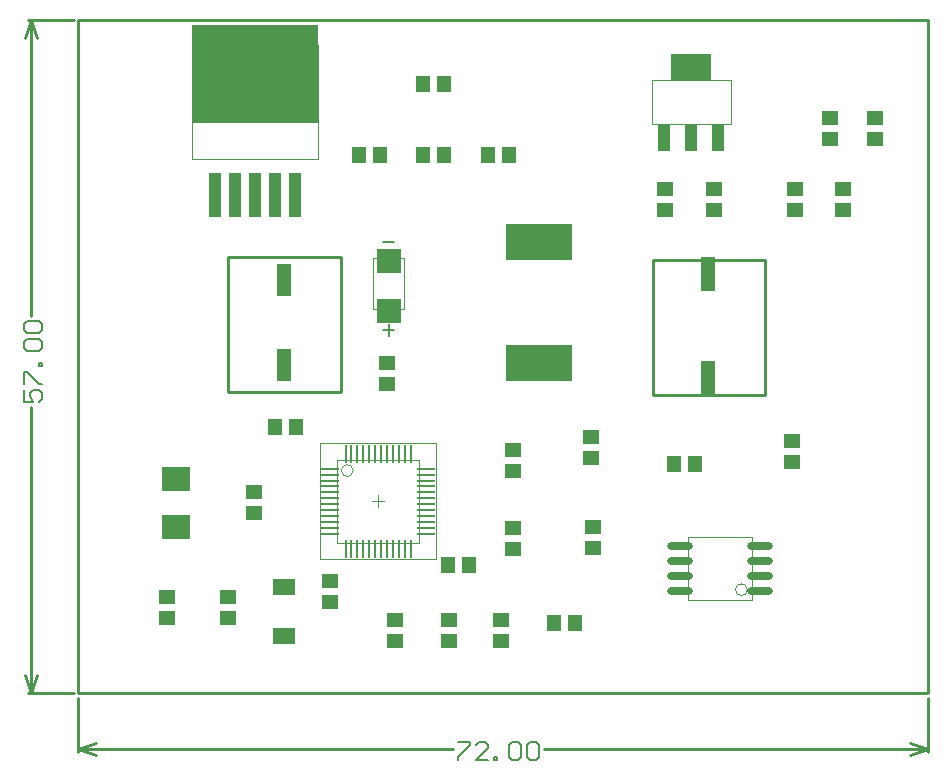
<source format=gtp>
G04*
G04 #@! TF.GenerationSoftware,Altium Limited,Altium Designer,20.0.13 (296)*
G04*
G04 Layer_Color=8421504*
%FSLAX24Y24*%
%MOIN*%
G70*
G01*
G75*
%ADD17C,0.0100*%
%ADD19C,0.0039*%
%ADD20C,0.0060*%
%ADD21C,0.0020*%
%ADD22C,0.0080*%
%ADD23R,0.0579X0.0457*%
%ADD24R,0.0413X0.1496*%
%ADD25R,0.4193X0.3307*%
%ADD26R,0.1378X0.0866*%
%ADD27R,0.0394X0.0866*%
%ADD28R,0.0748X0.0583*%
%ADD29R,0.0457X0.0579*%
%ADD30R,0.0945X0.0787*%
%ADD31O,0.0610X0.0098*%
%ADD32O,0.0098X0.0610*%
%ADD33R,0.0472X0.1102*%
%ADD34R,0.0472X0.1181*%
%ADD35O,0.0866X0.0236*%
%ADD36R,0.2205X0.1220*%
%ADD37R,0.0787X0.0787*%
D17*
X0Y22441D02*
X28346D01*
X0Y0D02*
Y22441D01*
X28346D02*
X28346Y0D01*
X0D02*
X28346D01*
X5000Y10050D02*
X8750D01*
Y14550D01*
X5000Y10050D02*
Y14550D01*
X8750D01*
X19150Y14450D02*
X22900D01*
X19150Y11075D02*
Y13325D01*
X22900Y9950D02*
Y14450D01*
X19150Y9950D02*
X22900D01*
X19150Y13325D02*
Y14450D01*
Y9950D02*
Y11075D01*
X-1575Y22441D02*
X-1375Y21841D01*
X-1775D02*
X-1575Y22441D01*
X-1775Y600D02*
X-1575Y0D01*
X-1375Y600D01*
X-1575Y12570D02*
Y22441D01*
Y0D02*
Y9551D01*
X-1675Y22441D02*
X-150D01*
X-1675Y0D02*
X-150D01*
X0Y-1850D02*
X600Y-1650D01*
X0Y-1850D02*
X600Y-2050D01*
X27746D02*
X28346Y-1850D01*
X27746Y-1650D02*
X28346Y-1850D01*
X0D02*
X12504D01*
X15523D02*
X28346D01*
X0Y-1950D02*
Y-150D01*
X28346Y-1950D02*
Y-150D01*
D19*
X9173Y7424D02*
G03*
X9173Y7424I-197J0D01*
G01*
X22306Y3451D02*
G03*
X22306Y3451I-197J0D01*
G01*
X3804Y17815D02*
X7996D01*
X3804Y21615D02*
X7996D01*
X3804Y17815D02*
Y21615D01*
X7996Y17815D02*
Y21615D01*
X21759Y18972D02*
Y20428D01*
X19121Y18972D02*
Y20428D01*
X21759D01*
X19121Y18972D02*
X21759D01*
X8622Y5022D02*
Y7778D01*
X11378Y5022D02*
Y7778D01*
X8622D02*
X11378D01*
X8622Y5022D02*
X11378D01*
X20337Y5203D02*
X22463D01*
X20337Y3097D02*
X22463D01*
X20337D02*
Y5203D01*
X22463Y3097D02*
Y5203D01*
X10862Y12800D02*
Y14500D01*
X9838Y12800D02*
Y14500D01*
Y12800D02*
X10862D01*
X9838Y14500D02*
X10862D01*
X9803Y6400D02*
X10197D01*
X10000Y6203D02*
Y6597D01*
D20*
X-1815Y10111D02*
Y9711D01*
X-1515D01*
X-1615Y9911D01*
Y10011D01*
X-1515Y10111D01*
X-1315D01*
X-1215Y10011D01*
Y9811D01*
X-1315Y9711D01*
X-1815Y10311D02*
Y10711D01*
X-1715D01*
X-1315Y10311D01*
X-1215D01*
Y10911D02*
X-1315D01*
Y11010D01*
X-1215D01*
Y10911D01*
X-1715Y11410D02*
X-1815Y11510D01*
Y11710D01*
X-1715Y11810D01*
X-1315D01*
X-1215Y11710D01*
Y11510D01*
X-1315Y11410D01*
X-1715D01*
Y12010D02*
X-1815Y12110D01*
Y12310D01*
X-1715Y12410D01*
X-1315D01*
X-1215Y12310D01*
Y12110D01*
X-1315Y12010D01*
X-1715D01*
X12664Y-1610D02*
X13064D01*
Y-1710D01*
X12664Y-2110D01*
Y-2210D01*
X13663D02*
X13263D01*
X13663Y-1810D01*
Y-1710D01*
X13563Y-1610D01*
X13363D01*
X13263Y-1710D01*
X13863Y-2210D02*
Y-2110D01*
X13963D01*
Y-2210D01*
X13863D01*
X14363Y-1710D02*
X14463Y-1610D01*
X14663D01*
X14763Y-1710D01*
Y-2110D01*
X14663Y-2210D01*
X14463D01*
X14363Y-2110D01*
Y-1710D01*
X14963D02*
X15063Y-1610D01*
X15263D01*
X15363Y-1710D01*
Y-2110D01*
X15263Y-2210D01*
X15063D01*
X14963Y-2110D01*
Y-1710D01*
D21*
X8071Y4471D02*
Y8329D01*
X11929Y4471D02*
Y8329D01*
X8071D02*
X11929D01*
X8071Y4471D02*
X11929D01*
D22*
X10350Y11918D02*
Y12311D01*
X10153Y12115D02*
X10547D01*
X10153Y15028D02*
X10547D01*
D23*
X10550Y2450D02*
D03*
Y1749D02*
D03*
X8410Y3029D02*
D03*
Y3730D02*
D03*
X25070Y18489D02*
D03*
Y19190D02*
D03*
X26570Y18489D02*
D03*
Y19190D02*
D03*
X10300Y11000D02*
D03*
Y10299D02*
D03*
X14500Y7399D02*
D03*
Y8100D02*
D03*
X25500Y16801D02*
D03*
Y16100D02*
D03*
X23900Y16801D02*
D03*
Y16100D02*
D03*
X21200Y16801D02*
D03*
Y16100D02*
D03*
X19550Y16801D02*
D03*
Y16100D02*
D03*
X14100Y2450D02*
D03*
Y1749D02*
D03*
X14490Y5520D02*
D03*
Y4819D02*
D03*
X5850Y6000D02*
D03*
Y6700D02*
D03*
X12350Y1749D02*
D03*
Y2450D02*
D03*
X17150Y5550D02*
D03*
Y4850D02*
D03*
X17100Y7850D02*
D03*
Y8550D02*
D03*
X5000Y3200D02*
D03*
Y2500D02*
D03*
X2950Y3200D02*
D03*
Y2500D02*
D03*
X23800Y8401D02*
D03*
Y7700D02*
D03*
D24*
X4561Y16595D02*
D03*
X5231D02*
D03*
X5900D02*
D03*
X6569D02*
D03*
X7239D02*
D03*
D25*
X5900Y20650D02*
D03*
D26*
X20440Y20881D02*
D03*
D27*
X21346Y18519D02*
D03*
X20440D02*
D03*
X19534D02*
D03*
D28*
X6880Y3550D02*
D03*
Y1896D02*
D03*
D29*
X7275Y8860D02*
D03*
X6574D02*
D03*
X13040Y4270D02*
D03*
X12339D02*
D03*
X12201Y20300D02*
D03*
X11500D02*
D03*
X14350Y17950D02*
D03*
X13650D02*
D03*
X12200D02*
D03*
X11500D02*
D03*
X10050D02*
D03*
X9349D02*
D03*
X15850Y2350D02*
D03*
X16551D02*
D03*
X19849Y7650D02*
D03*
X20550D02*
D03*
D30*
X3272Y5550D02*
D03*
Y7125D02*
D03*
D31*
X8415Y7483D02*
D03*
Y7286D02*
D03*
Y7089D02*
D03*
Y6892D02*
D03*
Y6695D02*
D03*
Y6498D02*
D03*
Y6302D02*
D03*
Y6105D02*
D03*
Y5908D02*
D03*
Y5711D02*
D03*
Y5514D02*
D03*
Y5317D02*
D03*
X11585D02*
D03*
Y5514D02*
D03*
Y5711D02*
D03*
Y5908D02*
D03*
Y6105D02*
D03*
Y6302D02*
D03*
Y6498D02*
D03*
Y6695D02*
D03*
Y6892D02*
D03*
Y7089D02*
D03*
Y7286D02*
D03*
Y7483D02*
D03*
D32*
X8917Y4815D02*
D03*
X9114D02*
D03*
X9311D02*
D03*
X9508D02*
D03*
X9705D02*
D03*
X9902D02*
D03*
X10098D02*
D03*
X10295D02*
D03*
X10492D02*
D03*
X10689D02*
D03*
X10886D02*
D03*
X11083D02*
D03*
Y7985D02*
D03*
X10886D02*
D03*
X10689D02*
D03*
X10492D02*
D03*
X10295D02*
D03*
X10098D02*
D03*
X9902D02*
D03*
X9705D02*
D03*
X9508D02*
D03*
X9311D02*
D03*
X9114D02*
D03*
X8917D02*
D03*
D33*
X6850Y10933D02*
D03*
Y13767D02*
D03*
D34*
X21000Y10518D02*
D03*
Y13982D02*
D03*
D35*
X20061Y4900D02*
D03*
Y4400D02*
D03*
Y3900D02*
D03*
Y3400D02*
D03*
X22739Y4900D02*
D03*
Y4400D02*
D03*
Y3900D02*
D03*
Y3400D02*
D03*
D36*
X15354Y11024D02*
D03*
Y15039D02*
D03*
D37*
X10350Y12744D02*
D03*
Y14397D02*
D03*
M02*

</source>
